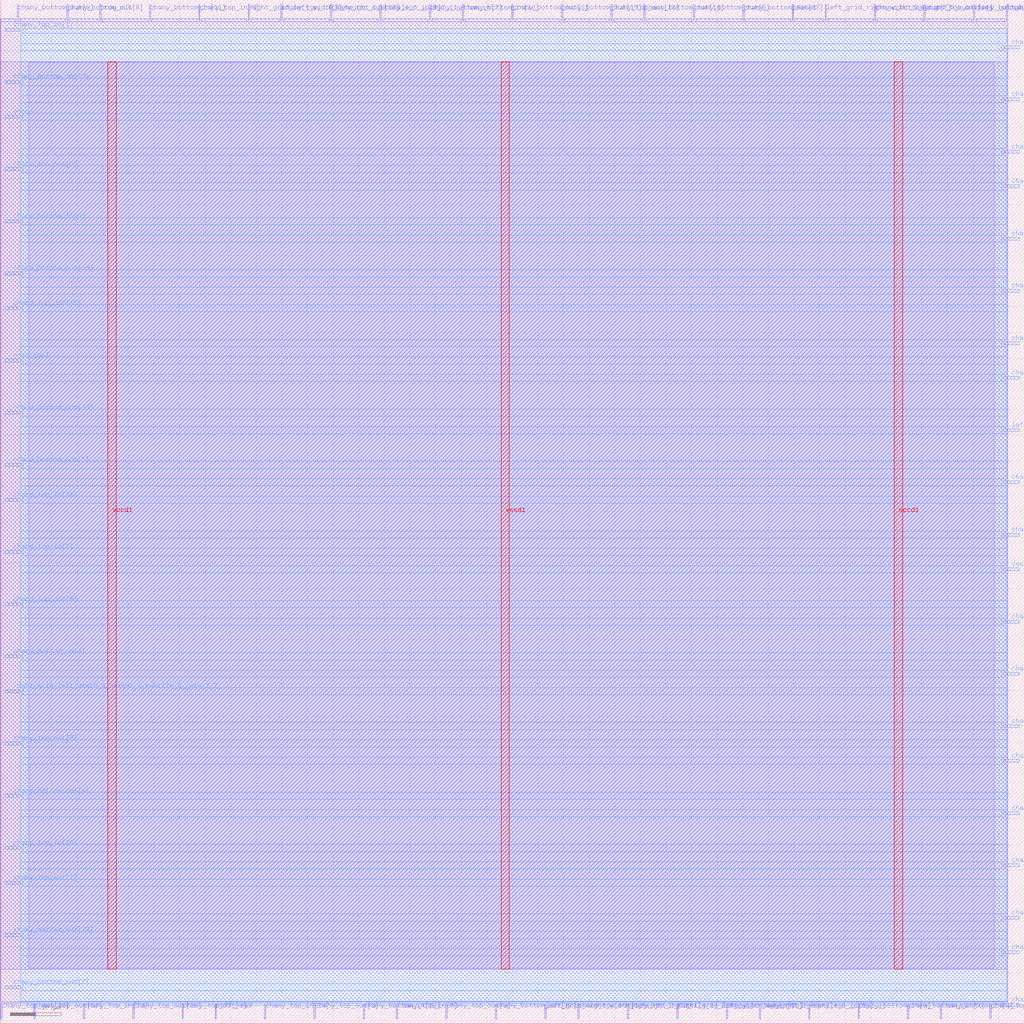
<source format=lef>
VERSION 5.7 ;
  NOWIREEXTENSIONATPIN ON ;
  DIVIDERCHAR "/" ;
  BUSBITCHARS "[]" ;
MACRO cby_1__1_
  CLASS BLOCK ;
  FOREIGN cby_1__1_ ;
  ORIGIN 0.000 0.000 ;
  SIZE 200.000 BY 200.000 ;
  PIN ccff_head
    DIRECTION INPUT ;
    USE SIGNAL ;
    PORT
      LAYER met2 ;
        RECT 41.950 1.000 42.230 4.000 ;
    END
  END ccff_head
  PIN ccff_tail
    DIRECTION OUTPUT TRISTATE ;
    USE SIGNAL ;
    PORT
      LAYER met3 ;
        RECT 1.000 129.240 4.000 129.840 ;
    END
  END ccff_tail
  PIN chany_bottom_in[0]
    DIRECTION INPUT ;
    USE SIGNAL ;
    PORT
      LAYER met3 ;
        RECT 1.000 156.440 4.000 157.040 ;
    END
  END chany_bottom_in[0]
  PIN chany_bottom_in[10]
    DIRECTION INPUT ;
    USE SIGNAL ;
    PORT
      LAYER met2 ;
        RECT 90.250 196.000 90.530 199.000 ;
    END
  END chany_bottom_in[10]
  PIN chany_bottom_in[11]
    DIRECTION INPUT ;
    USE SIGNAL ;
    PORT
      LAYER met2 ;
        RECT 29.070 196.000 29.350 199.000 ;
    END
  END chany_bottom_in[11]
  PIN chany_bottom_in[12]
    DIRECTION INPUT ;
    USE SIGNAL ;
    PORT
      LAYER met3 ;
        RECT 196.000 30.640 199.000 31.240 ;
    END
  END chany_bottom_in[12]
  PIN chany_bottom_in[13]
    DIRECTION INPUT ;
    USE SIGNAL ;
    PORT
      LAYER met3 ;
        RECT 196.000 163.240 199.000 163.840 ;
    END
  END chany_bottom_in[13]
  PIN chany_bottom_in[14]
    DIRECTION INPUT ;
    USE SIGNAL ;
    PORT
      LAYER met3 ;
        RECT 196.000 40.840 199.000 41.440 ;
    END
  END chany_bottom_in[14]
  PIN chany_bottom_in[15]
    DIRECTION INPUT ;
    USE SIGNAL ;
    PORT
      LAYER met2 ;
        RECT 141.770 1.000 142.050 4.000 ;
    END
  END chany_bottom_in[15]
  PIN chany_bottom_in[16]
    DIRECTION INPUT ;
    USE SIGNAL ;
    PORT
      LAYER met3 ;
        RECT 196.000 180.240 199.000 180.840 ;
    END
  END chany_bottom_in[16]
  PIN chany_bottom_in[17]
    DIRECTION INPUT ;
    USE SIGNAL ;
    PORT
      LAYER met3 ;
        RECT 1.000 183.640 4.000 184.240 ;
    END
  END chany_bottom_in[17]
  PIN chany_bottom_in[18]
    DIRECTION INPUT ;
    USE SIGNAL ;
    PORT
      LAYER met2 ;
        RECT 70.930 1.000 71.210 4.000 ;
    END
  END chany_bottom_in[18]
  PIN chany_bottom_in[1]
    DIRECTION INPUT ;
    USE SIGNAL ;
    PORT
      LAYER met3 ;
        RECT 196.000 142.840 199.000 143.440 ;
    END
  END chany_bottom_in[1]
  PIN chany_bottom_in[2]
    DIRECTION INPUT ;
    USE SIGNAL ;
    PORT
      LAYER met3 ;
        RECT 196.000 3.440 199.000 4.040 ;
    END
  END chany_bottom_in[2]
  PIN chany_bottom_in[3]
    DIRECTION INPUT ;
    USE SIGNAL ;
    PORT
      LAYER met3 ;
        RECT 196.000 125.840 199.000 126.440 ;
    END
  END chany_bottom_in[3]
  PIN chany_bottom_in[4]
    DIRECTION INPUT ;
    USE SIGNAL ;
    PORT
      LAYER met3 ;
        RECT 1.000 71.440 4.000 72.040 ;
    END
  END chany_bottom_in[4]
  PIN chany_bottom_in[5]
    DIRECTION INPUT ;
    USE SIGNAL ;
    PORT
      LAYER met2 ;
        RECT 190.070 196.000 190.350 199.000 ;
    END
  END chany_bottom_in[5]
  PIN chany_bottom_in[6]
    DIRECTION INPUT ;
    USE SIGNAL ;
    PORT
      LAYER met3 ;
        RECT 196.000 68.040 199.000 68.640 ;
    END
  END chany_bottom_in[6]
  PIN chany_bottom_in[7]
    DIRECTION INPUT ;
    USE SIGNAL ;
    PORT
      LAYER met2 ;
        RECT 83.810 196.000 84.090 199.000 ;
    END
  END chany_bottom_in[7]
  PIN chany_bottom_in[8]
    DIRECTION INPUT ;
    USE SIGNAL ;
    PORT
      LAYER met2 ;
        RECT 183.630 1.000 183.910 4.000 ;
    END
  END chany_bottom_in[8]
  PIN chany_bottom_in[9]
    DIRECTION INPUT ;
    USE SIGNAL ;
    PORT
      LAYER met2 ;
        RECT 167.530 1.000 167.810 4.000 ;
    END
  END chany_bottom_in[9]
  PIN chany_bottom_out[0]
    DIRECTION OUTPUT TRISTATE ;
    USE SIGNAL ;
    PORT
      LAYER met2 ;
        RECT 177.190 1.000 177.470 4.000 ;
    END
  END chany_bottom_out[0]
  PIN chany_bottom_out[10]
    DIRECTION OUTPUT TRISTATE ;
    USE SIGNAL ;
    PORT
      LAYER met2 ;
        RECT 125.670 196.000 125.950 199.000 ;
    END
  END chany_bottom_out[10]
  PIN chany_bottom_out[11]
    DIRECTION OUTPUT TRISTATE ;
    USE SIGNAL ;
    PORT
      LAYER met3 ;
        RECT 196.000 132.640 199.000 133.240 ;
    END
  END chany_bottom_out[11]
  PIN chany_bottom_out[12]
    DIRECTION OUTPUT TRISTATE ;
    USE SIGNAL ;
    PORT
      LAYER met2 ;
        RECT 96.690 1.000 96.970 4.000 ;
    END
  END chany_bottom_out[12]
  PIN chany_bottom_out[13]
    DIRECTION OUTPUT TRISTATE ;
    USE SIGNAL ;
    PORT
      LAYER met3 ;
        RECT 1.000 119.040 4.000 119.640 ;
    END
  END chany_bottom_out[13]
  PIN chany_bottom_out[14]
    DIRECTION OUTPUT TRISTATE ;
    USE SIGNAL ;
    PORT
      LAYER met3 ;
        RECT 196.000 78.240 199.000 78.840 ;
    END
  END chany_bottom_out[14]
  PIN chany_bottom_out[15]
    DIRECTION OUTPUT TRISTATE ;
    USE SIGNAL ;
    PORT
      LAYER met2 ;
        RECT 109.570 196.000 109.850 199.000 ;
    END
  END chany_bottom_out[15]
  PIN chany_bottom_out[16]
    DIRECTION OUTPUT TRISTATE ;
    USE SIGNAL ;
    PORT
      LAYER met3 ;
        RECT 1.000 146.240 4.000 146.840 ;
    END
  END chany_bottom_out[16]
  PIN chany_bottom_out[17]
    DIRECTION OUTPUT TRISTATE ;
    USE SIGNAL ;
    PORT
      LAYER met2 ;
        RECT 144.990 196.000 145.270 199.000 ;
    END
  END chany_bottom_out[17]
  PIN chany_bottom_out[18]
    DIRECTION OUTPUT TRISTATE ;
    USE SIGNAL ;
    PORT
      LAYER met3 ;
        RECT 1.000 17.040 4.000 17.640 ;
    END
  END chany_bottom_out[18]
  PIN chany_bottom_out[1]
    DIRECTION OUTPUT TRISTATE ;
    USE SIGNAL ;
    PORT
      LAYER met3 ;
        RECT 196.000 153.040 199.000 153.640 ;
    END
  END chany_bottom_out[1]
  PIN chany_bottom_out[2]
    DIRECTION OUTPUT TRISTATE ;
    USE SIGNAL ;
    PORT
      LAYER met3 ;
        RECT 1.000 6.840 4.000 7.440 ;
    END
  END chany_bottom_out[2]
  PIN chany_bottom_out[3]
    DIRECTION OUTPUT TRISTATE ;
    USE SIGNAL ;
    PORT
      LAYER met2 ;
        RECT 99.910 196.000 100.190 199.000 ;
    END
  END chany_bottom_out[3]
  PIN chany_bottom_out[4]
    DIRECTION OUTPUT TRISTATE ;
    USE SIGNAL ;
    PORT
      LAYER met3 ;
        RECT 1.000 44.240 4.000 44.840 ;
    END
  END chany_bottom_out[4]
  PIN chany_bottom_out[5]
    DIRECTION OUTPUT TRISTATE ;
    USE SIGNAL ;
    PORT
      LAYER met3 ;
        RECT 1.000 108.840 4.000 109.440 ;
    END
  END chany_bottom_out[5]
  PIN chany_bottom_out[6]
    DIRECTION OUTPUT TRISTATE ;
    USE SIGNAL ;
    PORT
      LAYER met2 ;
        RECT 135.330 196.000 135.610 199.000 ;
    END
  END chany_bottom_out[6]
  PIN chany_bottom_out[7]
    DIRECTION OUTPUT TRISTATE ;
    USE SIGNAL ;
    PORT
      LAYER met2 ;
        RECT 170.750 196.000 171.030 199.000 ;
    END
  END chany_bottom_out[7]
  PIN chany_bottom_out[8]
    DIRECTION OUTPUT TRISTATE ;
    USE SIGNAL ;
    PORT
      LAYER met2 ;
        RECT 3.310 196.000 3.590 199.000 ;
    END
  END chany_bottom_out[8]
  PIN chany_bottom_out[9]
    DIRECTION OUTPUT TRISTATE ;
    USE SIGNAL ;
    PORT
      LAYER met2 ;
        RECT 12.970 196.000 13.250 199.000 ;
    END
  END chany_bottom_out[9]
  PIN chany_top_in[0]
    DIRECTION INPUT ;
    USE SIGNAL ;
    PORT
      LAYER met2 ;
        RECT 77.370 1.000 77.650 4.000 ;
    END
  END chany_top_in[0]
  PIN chany_top_in[10]
    DIRECTION INPUT ;
    USE SIGNAL ;
    PORT
      LAYER met3 ;
        RECT 1.000 34.040 4.000 34.640 ;
    END
  END chany_top_in[10]
  PIN chany_top_in[11]
    DIRECTION INPUT ;
    USE SIGNAL ;
    PORT
      LAYER met3 ;
        RECT 196.000 170.040 199.000 170.640 ;
    END
  END chany_top_in[11]
  PIN chany_top_in[12]
    DIRECTION INPUT ;
    USE SIGNAL ;
    PORT
      LAYER met3 ;
        RECT 1.000 102.040 4.000 102.640 ;
    END
  END chany_top_in[12]
  PIN chany_top_in[13]
    DIRECTION INPUT ;
    USE SIGNAL ;
    PORT
      LAYER met2 ;
        RECT 16.190 1.000 16.470 4.000 ;
    END
  END chany_top_in[13]
  PIN chany_top_in[14]
    DIRECTION INPUT ;
    USE SIGNAL ;
    PORT
      LAYER met2 ;
        RECT 51.610 1.000 51.890 4.000 ;
    END
  END chany_top_in[14]
  PIN chany_top_in[15]
    DIRECTION INPUT ;
    USE SIGNAL ;
    PORT
      LAYER met2 ;
        RECT 157.870 1.000 158.150 4.000 ;
    END
  END chany_top_in[15]
  PIN chany_top_in[16]
    DIRECTION INPUT ;
    USE SIGNAL ;
    PORT
      LAYER met3 ;
        RECT 196.000 57.840 199.000 58.440 ;
    END
  END chany_top_in[16]
  PIN chany_top_in[17]
    DIRECTION INPUT ;
    USE SIGNAL ;
    PORT
      LAYER met3 ;
        RECT 196.000 20.440 199.000 21.040 ;
    END
  END chany_top_in[17]
  PIN chany_top_in[18]
    DIRECTION INPUT ;
    USE SIGNAL ;
    PORT
      LAYER met2 ;
        RECT 122.450 1.000 122.730 4.000 ;
    END
  END chany_top_in[18]
  PIN chany_top_in[1]
    DIRECTION INPUT ;
    USE SIGNAL ;
    PORT
      LAYER met3 ;
        RECT 1.000 193.840 4.000 194.440 ;
    END
  END chany_top_in[1]
  PIN chany_top_in[2]
    DIRECTION INPUT ;
    USE SIGNAL ;
    PORT
      LAYER met2 ;
        RECT 193.290 1.000 193.570 4.000 ;
    END
  END chany_top_in[2]
  PIN chany_top_in[3]
    DIRECTION INPUT ;
    USE SIGNAL ;
    PORT
      LAYER met2 ;
        RECT 54.830 196.000 55.110 199.000 ;
    END
  END chany_top_in[3]
  PIN chany_top_in[4]
    DIRECTION INPUT ;
    USE SIGNAL ;
    PORT
      LAYER met3 ;
        RECT 196.000 51.040 199.000 51.640 ;
    END
  END chany_top_in[4]
  PIN chany_top_in[5]
    DIRECTION INPUT ;
    USE SIGNAL ;
    PORT
      LAYER met3 ;
        RECT 196.000 95.240 199.000 95.840 ;
    END
  END chany_top_in[5]
  PIN chany_top_in[6]
    DIRECTION INPUT ;
    USE SIGNAL ;
    PORT
      LAYER met2 ;
        RECT 148.210 1.000 148.490 4.000 ;
    END
  END chany_top_in[6]
  PIN chany_top_in[7]
    DIRECTION INPUT ;
    USE SIGNAL ;
    PORT
      LAYER met3 ;
        RECT 1.000 91.840 4.000 92.440 ;
    END
  END chany_top_in[7]
  PIN chany_top_in[8]
    DIRECTION INPUT ;
    USE SIGNAL ;
    PORT
      LAYER met2 ;
        RECT 38.730 196.000 39.010 199.000 ;
    END
  END chany_top_in[8]
  PIN chany_top_in[9]
    DIRECTION INPUT ;
    USE SIGNAL ;
    PORT
      LAYER met2 ;
        RECT 74.150 196.000 74.430 199.000 ;
    END
  END chany_top_in[9]
  PIN chany_top_out[0]
    DIRECTION OUTPUT TRISTATE ;
    USE SIGNAL ;
    PORT
      LAYER met3 ;
        RECT 1.000 166.640 4.000 167.240 ;
    END
  END chany_top_out[0]
  PIN chany_top_out[10]
    DIRECTION OUTPUT TRISTATE ;
    USE SIGNAL ;
    PORT
      LAYER met2 ;
        RECT 0.090 1.000 0.370 4.000 ;
    END
  END chany_top_out[10]
  PIN chany_top_out[11]
    DIRECTION OUTPUT TRISTATE ;
    USE SIGNAL ;
    PORT
      LAYER met2 ;
        RECT 112.790 1.000 113.070 4.000 ;
    END
  END chany_top_out[11]
  PIN chany_top_out[12]
    DIRECTION OUTPUT TRISTATE ;
    USE SIGNAL ;
    PORT
      LAYER met2 ;
        RECT 64.490 196.000 64.770 199.000 ;
    END
  END chany_top_out[12]
  PIN chany_top_out[13]
    DIRECTION OUTPUT TRISTATE ;
    USE SIGNAL ;
    PORT
      LAYER met2 ;
        RECT 119.230 196.000 119.510 199.000 ;
    END
  END chany_top_out[13]
  PIN chany_top_out[14]
    DIRECTION OUTPUT TRISTATE ;
    USE SIGNAL ;
    PORT
      LAYER met2 ;
        RECT 180.410 196.000 180.690 199.000 ;
    END
  END chany_top_out[14]
  PIN chany_top_out[15]
    DIRECTION OUTPUT TRISTATE ;
    USE SIGNAL ;
    PORT
      LAYER met3 ;
        RECT 1.000 139.440 4.000 140.040 ;
    END
  END chany_top_out[15]
  PIN chany_top_out[16]
    DIRECTION OUTPUT TRISTATE ;
    USE SIGNAL ;
    PORT
      LAYER met2 ;
        RECT 25.850 1.000 26.130 4.000 ;
    END
  END chany_top_out[16]
  PIN chany_top_out[17]
    DIRECTION OUTPUT TRISTATE ;
    USE SIGNAL ;
    PORT
      LAYER met2 ;
        RECT 6.530 1.000 6.810 4.000 ;
    END
  END chany_top_out[17]
  PIN chany_top_out[18]
    DIRECTION OUTPUT TRISTATE ;
    USE SIGNAL ;
    PORT
      LAYER met2 ;
        RECT 196.510 196.000 196.790 199.000 ;
    END
  END chany_top_out[18]
  PIN chany_top_out[1]
    DIRECTION OUTPUT TRISTATE ;
    USE SIGNAL ;
    PORT
      LAYER met3 ;
        RECT 1.000 27.240 4.000 27.840 ;
    END
  END chany_top_out[1]
  PIN chany_top_out[2]
    DIRECTION OUTPUT TRISTATE ;
    USE SIGNAL ;
    PORT
      LAYER met2 ;
        RECT 87.030 1.000 87.310 4.000 ;
    END
  END chany_top_out[2]
  PIN chany_top_out[3]
    DIRECTION OUTPUT TRISTATE ;
    USE SIGNAL ;
    PORT
      LAYER met3 ;
        RECT 196.000 190.440 199.000 191.040 ;
    END
  END chany_top_out[3]
  PIN chany_top_out[4]
    DIRECTION OUTPUT TRISTATE ;
    USE SIGNAL ;
    PORT
      LAYER met3 ;
        RECT 196.000 13.640 199.000 14.240 ;
    END
  END chany_top_out[4]
  PIN chany_top_out[5]
    DIRECTION OUTPUT TRISTATE ;
    USE SIGNAL ;
    PORT
      LAYER met3 ;
        RECT 1.000 54.440 4.000 55.040 ;
    END
  END chany_top_out[5]
  PIN chany_top_out[6]
    DIRECTION OUTPUT TRISTATE ;
    USE SIGNAL ;
    PORT
      LAYER met3 ;
        RECT 196.000 105.440 199.000 106.040 ;
    END
  END chany_top_out[6]
  PIN chany_top_out[7]
    DIRECTION OUTPUT TRISTATE ;
    USE SIGNAL ;
    PORT
      LAYER met2 ;
        RECT 35.510 1.000 35.790 4.000 ;
    END
  END chany_top_out[7]
  PIN chany_top_out[8]
    DIRECTION OUTPUT TRISTATE ;
    USE SIGNAL ;
    PORT
      LAYER met2 ;
        RECT 61.270 1.000 61.550 4.000 ;
    END
  END chany_top_out[8]
  PIN chany_top_out[9]
    DIRECTION OUTPUT TRISTATE ;
    USE SIGNAL ;
    PORT
      LAYER met3 ;
        RECT 1.000 81.640 4.000 82.240 ;
    END
  END chany_top_out[9]
  PIN left_grid_right_width_0_height_0_subtile_0__pin_I_1_
    DIRECTION OUTPUT TRISTATE ;
    USE SIGNAL ;
    PORT
      LAYER met3 ;
        RECT 196.000 115.640 199.000 116.240 ;
    END
  END left_grid_right_width_0_height_0_subtile_0__pin_I_1_
  PIN left_grid_right_width_0_height_0_subtile_0__pin_I_5_
    DIRECTION OUTPUT TRISTATE ;
    USE SIGNAL ;
    PORT
      LAYER met2 ;
        RECT 106.350 1.000 106.630 4.000 ;
    END
  END left_grid_right_width_0_height_0_subtile_0__pin_I_5_
  PIN left_grid_right_width_0_height_0_subtile_0__pin_I_9_
    DIRECTION OUTPUT TRISTATE ;
    USE SIGNAL ;
    PORT
      LAYER met2 ;
        RECT 161.090 196.000 161.370 199.000 ;
    END
  END left_grid_right_width_0_height_0_subtile_0__pin_I_9_
  PIN pReset
    DIRECTION INPUT ;
    USE SIGNAL ;
    PORT
      LAYER met2 ;
        RECT 154.650 196.000 154.930 199.000 ;
    END
  END pReset
  PIN prog_clk
    DIRECTION INPUT ;
    USE SIGNAL ;
    PORT
      LAYER met2 ;
        RECT 19.410 196.000 19.690 199.000 ;
    END
  END prog_clk
  PIN right_grid_left_width_0_height_0_subtile_0__pin_I_11_
    DIRECTION OUTPUT TRISTATE ;
    USE SIGNAL ;
    PORT
      LAYER met2 ;
        RECT 48.390 196.000 48.670 199.000 ;
    END
  END right_grid_left_width_0_height_0_subtile_0__pin_I_11_
  PIN right_grid_left_width_0_height_0_subtile_0__pin_I_3_
    DIRECTION OUTPUT TRISTATE ;
    USE SIGNAL ;
    PORT
      LAYER met2 ;
        RECT 132.110 1.000 132.390 4.000 ;
    END
  END right_grid_left_width_0_height_0_subtile_0__pin_I_3_
  PIN right_grid_left_width_0_height_0_subtile_0__pin_I_7_
    DIRECTION OUTPUT TRISTATE ;
    USE SIGNAL ;
    PORT
      LAYER met3 ;
        RECT 1.000 64.640 4.000 65.240 ;
    END
  END right_grid_left_width_0_height_0_subtile_0__pin_I_7_
  PIN vccd1
    DIRECTION INOUT ;
    USE SIGNAL ;
    PORT
      LAYER met3 ;
        RECT 1.000 176.840 4.000 177.440 ;
    END
    PORT
      LAYER met4 ;
        RECT 21.040 10.640 22.640 187.920 ;
    END
    PORT
      LAYER met4 ;
        RECT 174.640 10.640 176.240 187.920 ;
    END
  END vccd1
  PIN vssd1
    DIRECTION INOUT ;
    USE SIGNAL ;
    PORT
      LAYER met3 ;
        RECT 196.000 88.440 199.000 89.040 ;
    END
    PORT
      LAYER met4 ;
        RECT 97.840 10.640 99.440 187.920 ;
    END
  END vssd1
  OBS
      LAYER li1 ;
        RECT 5.520 10.795 194.120 187.765 ;
      LAYER met1 ;
        RECT 0.070 10.640 196.810 187.920 ;
      LAYER met2 ;
        RECT 0.100 195.720 3.030 196.250 ;
        RECT 3.870 195.720 12.690 196.250 ;
        RECT 13.530 195.720 19.130 196.250 ;
        RECT 19.970 195.720 28.790 196.250 ;
        RECT 29.630 195.720 38.450 196.250 ;
        RECT 39.290 195.720 48.110 196.250 ;
        RECT 48.950 195.720 54.550 196.250 ;
        RECT 55.390 195.720 64.210 196.250 ;
        RECT 65.050 195.720 73.870 196.250 ;
        RECT 74.710 195.720 83.530 196.250 ;
        RECT 84.370 195.720 89.970 196.250 ;
        RECT 90.810 195.720 99.630 196.250 ;
        RECT 100.470 195.720 109.290 196.250 ;
        RECT 110.130 195.720 118.950 196.250 ;
        RECT 119.790 195.720 125.390 196.250 ;
        RECT 126.230 195.720 135.050 196.250 ;
        RECT 135.890 195.720 144.710 196.250 ;
        RECT 145.550 195.720 154.370 196.250 ;
        RECT 155.210 195.720 160.810 196.250 ;
        RECT 161.650 195.720 170.470 196.250 ;
        RECT 171.310 195.720 180.130 196.250 ;
        RECT 180.970 195.720 189.790 196.250 ;
        RECT 190.630 195.720 196.230 196.250 ;
        RECT 0.100 4.280 196.780 195.720 ;
        RECT 0.650 4.000 6.250 4.280 ;
        RECT 7.090 4.000 15.910 4.280 ;
        RECT 16.750 4.000 25.570 4.280 ;
        RECT 26.410 4.000 35.230 4.280 ;
        RECT 36.070 4.000 41.670 4.280 ;
        RECT 42.510 4.000 51.330 4.280 ;
        RECT 52.170 4.000 60.990 4.280 ;
        RECT 61.830 4.000 70.650 4.280 ;
        RECT 71.490 4.000 77.090 4.280 ;
        RECT 77.930 4.000 86.750 4.280 ;
        RECT 87.590 4.000 96.410 4.280 ;
        RECT 97.250 4.000 106.070 4.280 ;
        RECT 106.910 4.000 112.510 4.280 ;
        RECT 113.350 4.000 122.170 4.280 ;
        RECT 123.010 4.000 131.830 4.280 ;
        RECT 132.670 4.000 141.490 4.280 ;
        RECT 142.330 4.000 147.930 4.280 ;
        RECT 148.770 4.000 157.590 4.280 ;
        RECT 158.430 4.000 167.250 4.280 ;
        RECT 168.090 4.000 176.910 4.280 ;
        RECT 177.750 4.000 183.350 4.280 ;
        RECT 184.190 4.000 193.010 4.280 ;
        RECT 193.850 4.000 196.780 4.280 ;
      LAYER met3 ;
        RECT 4.400 193.440 196.570 194.305 ;
        RECT 4.000 191.440 196.570 193.440 ;
        RECT 4.000 190.040 195.600 191.440 ;
        RECT 4.000 184.640 196.570 190.040 ;
        RECT 4.400 183.240 196.570 184.640 ;
        RECT 4.000 181.240 196.570 183.240 ;
        RECT 4.000 179.840 195.600 181.240 ;
        RECT 4.000 177.840 196.570 179.840 ;
        RECT 4.400 176.440 196.570 177.840 ;
        RECT 4.000 171.040 196.570 176.440 ;
        RECT 4.000 169.640 195.600 171.040 ;
        RECT 4.000 167.640 196.570 169.640 ;
        RECT 4.400 166.240 196.570 167.640 ;
        RECT 4.000 164.240 196.570 166.240 ;
        RECT 4.000 162.840 195.600 164.240 ;
        RECT 4.000 157.440 196.570 162.840 ;
        RECT 4.400 156.040 196.570 157.440 ;
        RECT 4.000 154.040 196.570 156.040 ;
        RECT 4.000 152.640 195.600 154.040 ;
        RECT 4.000 147.240 196.570 152.640 ;
        RECT 4.400 145.840 196.570 147.240 ;
        RECT 4.000 143.840 196.570 145.840 ;
        RECT 4.000 142.440 195.600 143.840 ;
        RECT 4.000 140.440 196.570 142.440 ;
        RECT 4.400 139.040 196.570 140.440 ;
        RECT 4.000 133.640 196.570 139.040 ;
        RECT 4.000 132.240 195.600 133.640 ;
        RECT 4.000 130.240 196.570 132.240 ;
        RECT 4.400 128.840 196.570 130.240 ;
        RECT 4.000 126.840 196.570 128.840 ;
        RECT 4.000 125.440 195.600 126.840 ;
        RECT 4.000 120.040 196.570 125.440 ;
        RECT 4.400 118.640 196.570 120.040 ;
        RECT 4.000 116.640 196.570 118.640 ;
        RECT 4.000 115.240 195.600 116.640 ;
        RECT 4.000 109.840 196.570 115.240 ;
        RECT 4.400 108.440 196.570 109.840 ;
        RECT 4.000 106.440 196.570 108.440 ;
        RECT 4.000 105.040 195.600 106.440 ;
        RECT 4.000 103.040 196.570 105.040 ;
        RECT 4.400 101.640 196.570 103.040 ;
        RECT 4.000 96.240 196.570 101.640 ;
        RECT 4.000 94.840 195.600 96.240 ;
        RECT 4.000 92.840 196.570 94.840 ;
        RECT 4.400 91.440 196.570 92.840 ;
        RECT 4.000 89.440 196.570 91.440 ;
        RECT 4.000 88.040 195.600 89.440 ;
        RECT 4.000 82.640 196.570 88.040 ;
        RECT 4.400 81.240 196.570 82.640 ;
        RECT 4.000 79.240 196.570 81.240 ;
        RECT 4.000 77.840 195.600 79.240 ;
        RECT 4.000 72.440 196.570 77.840 ;
        RECT 4.400 71.040 196.570 72.440 ;
        RECT 4.000 69.040 196.570 71.040 ;
        RECT 4.000 67.640 195.600 69.040 ;
        RECT 4.000 65.640 196.570 67.640 ;
        RECT 4.400 64.240 196.570 65.640 ;
        RECT 4.000 58.840 196.570 64.240 ;
        RECT 4.000 57.440 195.600 58.840 ;
        RECT 4.000 55.440 196.570 57.440 ;
        RECT 4.400 54.040 196.570 55.440 ;
        RECT 4.000 52.040 196.570 54.040 ;
        RECT 4.000 50.640 195.600 52.040 ;
        RECT 4.000 45.240 196.570 50.640 ;
        RECT 4.400 43.840 196.570 45.240 ;
        RECT 4.000 41.840 196.570 43.840 ;
        RECT 4.000 40.440 195.600 41.840 ;
        RECT 4.000 35.040 196.570 40.440 ;
        RECT 4.400 33.640 196.570 35.040 ;
        RECT 4.000 31.640 196.570 33.640 ;
        RECT 4.000 30.240 195.600 31.640 ;
        RECT 4.000 28.240 196.570 30.240 ;
        RECT 4.400 26.840 196.570 28.240 ;
        RECT 4.000 21.440 196.570 26.840 ;
        RECT 4.000 20.040 195.600 21.440 ;
        RECT 4.000 18.040 196.570 20.040 ;
        RECT 4.400 16.640 196.570 18.040 ;
        RECT 4.000 14.640 196.570 16.640 ;
        RECT 4.000 13.240 195.600 14.640 ;
        RECT 4.000 7.840 196.570 13.240 ;
        RECT 4.400 6.440 196.570 7.840 ;
        RECT 4.000 4.440 196.570 6.440 ;
        RECT 4.000 3.590 195.600 4.440 ;
  END
END cby_1__1_
END LIBRARY


</source>
